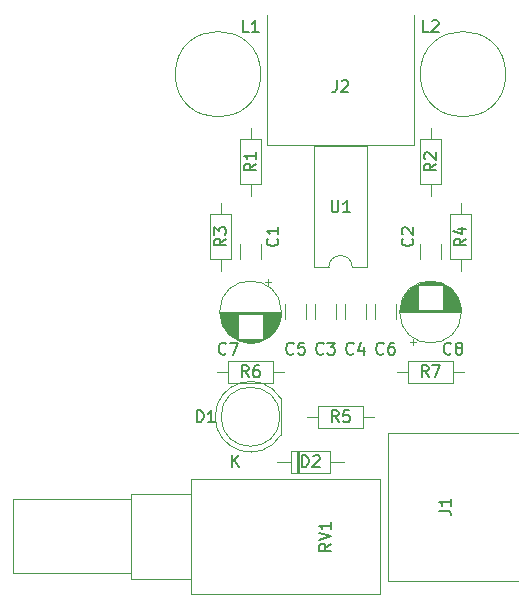
<source format=gbr>
G04 #@! TF.GenerationSoftware,KiCad,Pcbnew,5.0.1*
G04 #@! TF.CreationDate,2018-10-18T13:56:00+02:00*
G04 #@! TF.ProjectId,MicroFlux,4D6963726F466C75782E6B696361645F,rev?*
G04 #@! TF.SameCoordinates,Original*
G04 #@! TF.FileFunction,Legend,Top*
G04 #@! TF.FilePolarity,Positive*
%FSLAX46Y46*%
G04 Gerber Fmt 4.6, Leading zero omitted, Abs format (unit mm)*
G04 Created by KiCad (PCBNEW 5.0.1) date Thu 18 Oct 2018 01:56:00 PM CEST*
%MOMM*%
%LPD*%
G01*
G04 APERTURE LIST*
%ADD10C,0.120000*%
%ADD11C,0.050000*%
%ADD12C,0.150000*%
G04 APERTURE END LIST*
D10*
G04 #@! TO.C,D1*
X173540000Y-97789538D02*
G75*
G03X179090000Y-99334830I2990000J-462D01*
G01*
X173540000Y-97790462D02*
G75*
G02X179090000Y-96245170I2990000J462D01*
G01*
X179030000Y-97790000D02*
G75*
G03X179030000Y-97790000I-2500000J0D01*
G01*
X179090000Y-99335000D02*
X179090000Y-96245000D01*
G04 #@! TO.C,R7*
X189850000Y-93060000D02*
X189850000Y-94900000D01*
X189850000Y-94900000D02*
X193690000Y-94900000D01*
X193690000Y-94900000D02*
X193690000Y-93060000D01*
X193690000Y-93060000D02*
X189850000Y-93060000D01*
X188900000Y-93980000D02*
X189850000Y-93980000D01*
X194640000Y-93980000D02*
X193690000Y-93980000D01*
G04 #@! TO.C,R1*
X176530000Y-73330000D02*
X176530000Y-74280000D01*
X176530000Y-79070000D02*
X176530000Y-78120000D01*
X175610000Y-74280000D02*
X175610000Y-78120000D01*
X177450000Y-74280000D02*
X175610000Y-74280000D01*
X177450000Y-78120000D02*
X177450000Y-74280000D01*
X175610000Y-78120000D02*
X177450000Y-78120000D01*
G04 #@! TO.C,R2*
X190850000Y-78120000D02*
X192690000Y-78120000D01*
X192690000Y-78120000D02*
X192690000Y-74280000D01*
X192690000Y-74280000D02*
X190850000Y-74280000D01*
X190850000Y-74280000D02*
X190850000Y-78120000D01*
X191770000Y-79070000D02*
X191770000Y-78120000D01*
X191770000Y-73330000D02*
X191770000Y-74280000D01*
G04 #@! TO.C,R3*
X173990000Y-79680000D02*
X173990000Y-80630000D01*
X173990000Y-85420000D02*
X173990000Y-84470000D01*
X173070000Y-80630000D02*
X173070000Y-84470000D01*
X174910000Y-80630000D02*
X173070000Y-80630000D01*
X174910000Y-84470000D02*
X174910000Y-80630000D01*
X173070000Y-84470000D02*
X174910000Y-84470000D01*
G04 #@! TO.C,R4*
X193390000Y-84470000D02*
X195230000Y-84470000D01*
X195230000Y-84470000D02*
X195230000Y-80630000D01*
X195230000Y-80630000D02*
X193390000Y-80630000D01*
X193390000Y-80630000D02*
X193390000Y-84470000D01*
X194310000Y-85420000D02*
X194310000Y-84470000D01*
X194310000Y-79680000D02*
X194310000Y-80630000D01*
G04 #@! TO.C,R5*
X187020000Y-97790000D02*
X186070000Y-97790000D01*
X181280000Y-97790000D02*
X182230000Y-97790000D01*
X186070000Y-96870000D02*
X182230000Y-96870000D01*
X186070000Y-98710000D02*
X186070000Y-96870000D01*
X182230000Y-98710000D02*
X186070000Y-98710000D01*
X182230000Y-96870000D02*
X182230000Y-98710000D01*
G04 #@! TO.C,R6*
X174610000Y-93060000D02*
X174610000Y-94900000D01*
X174610000Y-94900000D02*
X178450000Y-94900000D01*
X178450000Y-94900000D02*
X178450000Y-93060000D01*
X178450000Y-93060000D02*
X174610000Y-93060000D01*
X173660000Y-93980000D02*
X174610000Y-93980000D01*
X179400000Y-93980000D02*
X178450000Y-93980000D01*
G04 #@! TO.C,D2*
X179970000Y-100680000D02*
X179970000Y-102520000D01*
X179970000Y-102520000D02*
X183250000Y-102520000D01*
X183250000Y-102520000D02*
X183250000Y-100680000D01*
X183250000Y-100680000D02*
X179970000Y-100680000D01*
X178790000Y-101600000D02*
X179970000Y-101600000D01*
X184430000Y-101600000D02*
X183250000Y-101600000D01*
X180546000Y-100680000D02*
X180546000Y-102520000D01*
X180666000Y-100680000D02*
X180666000Y-102520000D01*
X180426000Y-100680000D02*
X180426000Y-102520000D01*
D11*
G04 #@! TO.C,J1*
X199140000Y-111660000D02*
X188140000Y-111660000D01*
X188140000Y-111660000D02*
X188140000Y-99160000D01*
X188140000Y-99160000D02*
X199140000Y-99160000D01*
G04 #@! TO.C,J2*
X190400000Y-63750000D02*
X190400000Y-74750000D01*
X190400000Y-74750000D02*
X177900000Y-74750000D01*
X177900000Y-74750000D02*
X177900000Y-63750000D01*
D10*
G04 #@! TO.C,L1*
X177400661Y-68789340D02*
G75*
G03X177400661Y-68789340I-3620001J0D01*
G01*
G04 #@! TO.C,L2*
X198139341Y-68789340D02*
G75*
G03X198139341Y-68789340I-3620001J0D01*
G01*
G04 #@! TO.C,C7*
X178255000Y-86365225D02*
X177755000Y-86365225D01*
X178005000Y-86115225D02*
X178005000Y-86615225D01*
X176814000Y-91521000D02*
X176246000Y-91521000D01*
X177048000Y-91481000D02*
X176012000Y-91481000D01*
X177207000Y-91441000D02*
X175853000Y-91441000D01*
X177335000Y-91401000D02*
X175725000Y-91401000D01*
X177445000Y-91361000D02*
X175615000Y-91361000D01*
X177541000Y-91321000D02*
X175519000Y-91321000D01*
X177628000Y-91281000D02*
X175432000Y-91281000D01*
X177708000Y-91241000D02*
X175352000Y-91241000D01*
X175490000Y-91201000D02*
X175279000Y-91201000D01*
X177781000Y-91201000D02*
X177570000Y-91201000D01*
X175490000Y-91161000D02*
X175211000Y-91161000D01*
X177849000Y-91161000D02*
X177570000Y-91161000D01*
X175490000Y-91121000D02*
X175147000Y-91121000D01*
X177913000Y-91121000D02*
X177570000Y-91121000D01*
X175490000Y-91081000D02*
X175087000Y-91081000D01*
X177973000Y-91081000D02*
X177570000Y-91081000D01*
X175490000Y-91041000D02*
X175030000Y-91041000D01*
X178030000Y-91041000D02*
X177570000Y-91041000D01*
X175490000Y-91001000D02*
X174976000Y-91001000D01*
X178084000Y-91001000D02*
X177570000Y-91001000D01*
X175490000Y-90961000D02*
X174925000Y-90961000D01*
X178135000Y-90961000D02*
X177570000Y-90961000D01*
X175490000Y-90921000D02*
X174877000Y-90921000D01*
X178183000Y-90921000D02*
X177570000Y-90921000D01*
X175490000Y-90881000D02*
X174831000Y-90881000D01*
X178229000Y-90881000D02*
X177570000Y-90881000D01*
X175490000Y-90841000D02*
X174787000Y-90841000D01*
X178273000Y-90841000D02*
X177570000Y-90841000D01*
X175490000Y-90801000D02*
X174745000Y-90801000D01*
X178315000Y-90801000D02*
X177570000Y-90801000D01*
X175490000Y-90761000D02*
X174704000Y-90761000D01*
X178356000Y-90761000D02*
X177570000Y-90761000D01*
X175490000Y-90721000D02*
X174666000Y-90721000D01*
X178394000Y-90721000D02*
X177570000Y-90721000D01*
X175490000Y-90681000D02*
X174629000Y-90681000D01*
X178431000Y-90681000D02*
X177570000Y-90681000D01*
X175490000Y-90641000D02*
X174593000Y-90641000D01*
X178467000Y-90641000D02*
X177570000Y-90641000D01*
X175490000Y-90601000D02*
X174559000Y-90601000D01*
X178501000Y-90601000D02*
X177570000Y-90601000D01*
X175490000Y-90561000D02*
X174526000Y-90561000D01*
X178534000Y-90561000D02*
X177570000Y-90561000D01*
X175490000Y-90521000D02*
X174495000Y-90521000D01*
X178565000Y-90521000D02*
X177570000Y-90521000D01*
X175490000Y-90481000D02*
X174465000Y-90481000D01*
X178595000Y-90481000D02*
X177570000Y-90481000D01*
X175490000Y-90441000D02*
X174435000Y-90441000D01*
X178625000Y-90441000D02*
X177570000Y-90441000D01*
X175490000Y-90401000D02*
X174408000Y-90401000D01*
X178652000Y-90401000D02*
X177570000Y-90401000D01*
X175490000Y-90361000D02*
X174381000Y-90361000D01*
X178679000Y-90361000D02*
X177570000Y-90361000D01*
X175490000Y-90321000D02*
X174355000Y-90321000D01*
X178705000Y-90321000D02*
X177570000Y-90321000D01*
X175490000Y-90281000D02*
X174330000Y-90281000D01*
X178730000Y-90281000D02*
X177570000Y-90281000D01*
X175490000Y-90241000D02*
X174306000Y-90241000D01*
X178754000Y-90241000D02*
X177570000Y-90241000D01*
X175490000Y-90201000D02*
X174283000Y-90201000D01*
X178777000Y-90201000D02*
X177570000Y-90201000D01*
X175490000Y-90161000D02*
X174262000Y-90161000D01*
X178798000Y-90161000D02*
X177570000Y-90161000D01*
X175490000Y-90121000D02*
X174240000Y-90121000D01*
X178820000Y-90121000D02*
X177570000Y-90121000D01*
X175490000Y-90081000D02*
X174220000Y-90081000D01*
X178840000Y-90081000D02*
X177570000Y-90081000D01*
X175490000Y-90041000D02*
X174201000Y-90041000D01*
X178859000Y-90041000D02*
X177570000Y-90041000D01*
X175490000Y-90001000D02*
X174182000Y-90001000D01*
X178878000Y-90001000D02*
X177570000Y-90001000D01*
X175490000Y-89961000D02*
X174165000Y-89961000D01*
X178895000Y-89961000D02*
X177570000Y-89961000D01*
X175490000Y-89921000D02*
X174148000Y-89921000D01*
X178912000Y-89921000D02*
X177570000Y-89921000D01*
X175490000Y-89881000D02*
X174132000Y-89881000D01*
X178928000Y-89881000D02*
X177570000Y-89881000D01*
X175490000Y-89841000D02*
X174116000Y-89841000D01*
X178944000Y-89841000D02*
X177570000Y-89841000D01*
X175490000Y-89801000D02*
X174102000Y-89801000D01*
X178958000Y-89801000D02*
X177570000Y-89801000D01*
X175490000Y-89761000D02*
X174088000Y-89761000D01*
X178972000Y-89761000D02*
X177570000Y-89761000D01*
X175490000Y-89721000D02*
X174075000Y-89721000D01*
X178985000Y-89721000D02*
X177570000Y-89721000D01*
X175490000Y-89681000D02*
X174062000Y-89681000D01*
X178998000Y-89681000D02*
X177570000Y-89681000D01*
X175490000Y-89641000D02*
X174050000Y-89641000D01*
X179010000Y-89641000D02*
X177570000Y-89641000D01*
X175490000Y-89600000D02*
X174039000Y-89600000D01*
X179021000Y-89600000D02*
X177570000Y-89600000D01*
X175490000Y-89560000D02*
X174029000Y-89560000D01*
X179031000Y-89560000D02*
X177570000Y-89560000D01*
X175490000Y-89520000D02*
X174019000Y-89520000D01*
X179041000Y-89520000D02*
X177570000Y-89520000D01*
X175490000Y-89480000D02*
X174010000Y-89480000D01*
X179050000Y-89480000D02*
X177570000Y-89480000D01*
X175490000Y-89440000D02*
X174002000Y-89440000D01*
X179058000Y-89440000D02*
X177570000Y-89440000D01*
X175490000Y-89400000D02*
X173994000Y-89400000D01*
X179066000Y-89400000D02*
X177570000Y-89400000D01*
X175490000Y-89360000D02*
X173987000Y-89360000D01*
X179073000Y-89360000D02*
X177570000Y-89360000D01*
X175490000Y-89320000D02*
X173980000Y-89320000D01*
X179080000Y-89320000D02*
X177570000Y-89320000D01*
X175490000Y-89280000D02*
X173974000Y-89280000D01*
X179086000Y-89280000D02*
X177570000Y-89280000D01*
X175490000Y-89240000D02*
X173969000Y-89240000D01*
X179091000Y-89240000D02*
X177570000Y-89240000D01*
X175490000Y-89200000D02*
X173965000Y-89200000D01*
X179095000Y-89200000D02*
X177570000Y-89200000D01*
X175490000Y-89160000D02*
X173961000Y-89160000D01*
X179099000Y-89160000D02*
X177570000Y-89160000D01*
X179103000Y-89120000D02*
X173957000Y-89120000D01*
X179106000Y-89080000D02*
X173954000Y-89080000D01*
X179108000Y-89040000D02*
X173952000Y-89040000D01*
X179109000Y-89000000D02*
X173951000Y-89000000D01*
X179110000Y-88960000D02*
X173950000Y-88960000D01*
X179110000Y-88920000D02*
X173950000Y-88920000D01*
X179150000Y-88920000D02*
G75*
G03X179150000Y-88920000I-2620000J0D01*
G01*
G04 #@! TO.C,C8*
X194390000Y-88920000D02*
G75*
G03X194390000Y-88920000I-2620000J0D01*
G01*
X189190000Y-88920000D02*
X194350000Y-88920000D01*
X189190000Y-88880000D02*
X194350000Y-88880000D01*
X189191000Y-88840000D02*
X194349000Y-88840000D01*
X189192000Y-88800000D02*
X194348000Y-88800000D01*
X189194000Y-88760000D02*
X194346000Y-88760000D01*
X189197000Y-88720000D02*
X194343000Y-88720000D01*
X189201000Y-88680000D02*
X190730000Y-88680000D01*
X192810000Y-88680000D02*
X194339000Y-88680000D01*
X189205000Y-88640000D02*
X190730000Y-88640000D01*
X192810000Y-88640000D02*
X194335000Y-88640000D01*
X189209000Y-88600000D02*
X190730000Y-88600000D01*
X192810000Y-88600000D02*
X194331000Y-88600000D01*
X189214000Y-88560000D02*
X190730000Y-88560000D01*
X192810000Y-88560000D02*
X194326000Y-88560000D01*
X189220000Y-88520000D02*
X190730000Y-88520000D01*
X192810000Y-88520000D02*
X194320000Y-88520000D01*
X189227000Y-88480000D02*
X190730000Y-88480000D01*
X192810000Y-88480000D02*
X194313000Y-88480000D01*
X189234000Y-88440000D02*
X190730000Y-88440000D01*
X192810000Y-88440000D02*
X194306000Y-88440000D01*
X189242000Y-88400000D02*
X190730000Y-88400000D01*
X192810000Y-88400000D02*
X194298000Y-88400000D01*
X189250000Y-88360000D02*
X190730000Y-88360000D01*
X192810000Y-88360000D02*
X194290000Y-88360000D01*
X189259000Y-88320000D02*
X190730000Y-88320000D01*
X192810000Y-88320000D02*
X194281000Y-88320000D01*
X189269000Y-88280000D02*
X190730000Y-88280000D01*
X192810000Y-88280000D02*
X194271000Y-88280000D01*
X189279000Y-88240000D02*
X190730000Y-88240000D01*
X192810000Y-88240000D02*
X194261000Y-88240000D01*
X189290000Y-88199000D02*
X190730000Y-88199000D01*
X192810000Y-88199000D02*
X194250000Y-88199000D01*
X189302000Y-88159000D02*
X190730000Y-88159000D01*
X192810000Y-88159000D02*
X194238000Y-88159000D01*
X189315000Y-88119000D02*
X190730000Y-88119000D01*
X192810000Y-88119000D02*
X194225000Y-88119000D01*
X189328000Y-88079000D02*
X190730000Y-88079000D01*
X192810000Y-88079000D02*
X194212000Y-88079000D01*
X189342000Y-88039000D02*
X190730000Y-88039000D01*
X192810000Y-88039000D02*
X194198000Y-88039000D01*
X189356000Y-87999000D02*
X190730000Y-87999000D01*
X192810000Y-87999000D02*
X194184000Y-87999000D01*
X189372000Y-87959000D02*
X190730000Y-87959000D01*
X192810000Y-87959000D02*
X194168000Y-87959000D01*
X189388000Y-87919000D02*
X190730000Y-87919000D01*
X192810000Y-87919000D02*
X194152000Y-87919000D01*
X189405000Y-87879000D02*
X190730000Y-87879000D01*
X192810000Y-87879000D02*
X194135000Y-87879000D01*
X189422000Y-87839000D02*
X190730000Y-87839000D01*
X192810000Y-87839000D02*
X194118000Y-87839000D01*
X189441000Y-87799000D02*
X190730000Y-87799000D01*
X192810000Y-87799000D02*
X194099000Y-87799000D01*
X189460000Y-87759000D02*
X190730000Y-87759000D01*
X192810000Y-87759000D02*
X194080000Y-87759000D01*
X189480000Y-87719000D02*
X190730000Y-87719000D01*
X192810000Y-87719000D02*
X194060000Y-87719000D01*
X189502000Y-87679000D02*
X190730000Y-87679000D01*
X192810000Y-87679000D02*
X194038000Y-87679000D01*
X189523000Y-87639000D02*
X190730000Y-87639000D01*
X192810000Y-87639000D02*
X194017000Y-87639000D01*
X189546000Y-87599000D02*
X190730000Y-87599000D01*
X192810000Y-87599000D02*
X193994000Y-87599000D01*
X189570000Y-87559000D02*
X190730000Y-87559000D01*
X192810000Y-87559000D02*
X193970000Y-87559000D01*
X189595000Y-87519000D02*
X190730000Y-87519000D01*
X192810000Y-87519000D02*
X193945000Y-87519000D01*
X189621000Y-87479000D02*
X190730000Y-87479000D01*
X192810000Y-87479000D02*
X193919000Y-87479000D01*
X189648000Y-87439000D02*
X190730000Y-87439000D01*
X192810000Y-87439000D02*
X193892000Y-87439000D01*
X189675000Y-87399000D02*
X190730000Y-87399000D01*
X192810000Y-87399000D02*
X193865000Y-87399000D01*
X189705000Y-87359000D02*
X190730000Y-87359000D01*
X192810000Y-87359000D02*
X193835000Y-87359000D01*
X189735000Y-87319000D02*
X190730000Y-87319000D01*
X192810000Y-87319000D02*
X193805000Y-87319000D01*
X189766000Y-87279000D02*
X190730000Y-87279000D01*
X192810000Y-87279000D02*
X193774000Y-87279000D01*
X189799000Y-87239000D02*
X190730000Y-87239000D01*
X192810000Y-87239000D02*
X193741000Y-87239000D01*
X189833000Y-87199000D02*
X190730000Y-87199000D01*
X192810000Y-87199000D02*
X193707000Y-87199000D01*
X189869000Y-87159000D02*
X190730000Y-87159000D01*
X192810000Y-87159000D02*
X193671000Y-87159000D01*
X189906000Y-87119000D02*
X190730000Y-87119000D01*
X192810000Y-87119000D02*
X193634000Y-87119000D01*
X189944000Y-87079000D02*
X190730000Y-87079000D01*
X192810000Y-87079000D02*
X193596000Y-87079000D01*
X189985000Y-87039000D02*
X190730000Y-87039000D01*
X192810000Y-87039000D02*
X193555000Y-87039000D01*
X190027000Y-86999000D02*
X190730000Y-86999000D01*
X192810000Y-86999000D02*
X193513000Y-86999000D01*
X190071000Y-86959000D02*
X190730000Y-86959000D01*
X192810000Y-86959000D02*
X193469000Y-86959000D01*
X190117000Y-86919000D02*
X190730000Y-86919000D01*
X192810000Y-86919000D02*
X193423000Y-86919000D01*
X190165000Y-86879000D02*
X190730000Y-86879000D01*
X192810000Y-86879000D02*
X193375000Y-86879000D01*
X190216000Y-86839000D02*
X190730000Y-86839000D01*
X192810000Y-86839000D02*
X193324000Y-86839000D01*
X190270000Y-86799000D02*
X190730000Y-86799000D01*
X192810000Y-86799000D02*
X193270000Y-86799000D01*
X190327000Y-86759000D02*
X190730000Y-86759000D01*
X192810000Y-86759000D02*
X193213000Y-86759000D01*
X190387000Y-86719000D02*
X190730000Y-86719000D01*
X192810000Y-86719000D02*
X193153000Y-86719000D01*
X190451000Y-86679000D02*
X190730000Y-86679000D01*
X192810000Y-86679000D02*
X193089000Y-86679000D01*
X190519000Y-86639000D02*
X190730000Y-86639000D01*
X192810000Y-86639000D02*
X193021000Y-86639000D01*
X190592000Y-86599000D02*
X192948000Y-86599000D01*
X190672000Y-86559000D02*
X192868000Y-86559000D01*
X190759000Y-86519000D02*
X192781000Y-86519000D01*
X190855000Y-86479000D02*
X192685000Y-86479000D01*
X190965000Y-86439000D02*
X192575000Y-86439000D01*
X191093000Y-86399000D02*
X192447000Y-86399000D01*
X191252000Y-86359000D02*
X192288000Y-86359000D01*
X191486000Y-86319000D02*
X192054000Y-86319000D01*
X190295000Y-91724775D02*
X190295000Y-91224775D01*
X190045000Y-91474775D02*
X190545000Y-91474775D01*
G04 #@! TO.C,C1*
X175610000Y-83171000D02*
X175610000Y-84429000D01*
X177450000Y-83171000D02*
X177450000Y-84429000D01*
G04 #@! TO.C,C2*
X192690000Y-83171000D02*
X192690000Y-84429000D01*
X190850000Y-83171000D02*
X190850000Y-84429000D01*
G04 #@! TO.C,C3*
X183800000Y-89509000D02*
X183800000Y-88251000D01*
X181960000Y-89509000D02*
X181960000Y-88251000D01*
G04 #@! TO.C,C4*
X184500000Y-89509000D02*
X184500000Y-88251000D01*
X186340000Y-89509000D02*
X186340000Y-88251000D01*
G04 #@! TO.C,C5*
X179420000Y-88251000D02*
X179420000Y-89509000D01*
X181260000Y-88251000D02*
X181260000Y-89509000D01*
G04 #@! TO.C,C6*
X187040000Y-89509000D02*
X187040000Y-88251000D01*
X188880000Y-89509000D02*
X188880000Y-88251000D01*
G04 #@! TO.C,U1*
X183150000Y-85150000D02*
G75*
G02X185150000Y-85150000I1000000J0D01*
G01*
X185150000Y-85150000D02*
X186400000Y-85150000D01*
X186400000Y-85150000D02*
X186400000Y-74870000D01*
X186400000Y-74870000D02*
X181900000Y-74870000D01*
X181900000Y-74870000D02*
X181900000Y-85150000D01*
X181900000Y-85150000D02*
X183150000Y-85150000D01*
G04 #@! TO.C,RV1*
X156450000Y-111030000D02*
X156450000Y-104790000D01*
X166450000Y-111030000D02*
X166450000Y-104790000D01*
X166450000Y-104790000D02*
X156450000Y-104790000D01*
X166450000Y-111030000D02*
X156450000Y-111030000D01*
X166450000Y-111530000D02*
X166450000Y-104290000D01*
X171450000Y-111530000D02*
X171450000Y-104290000D01*
X171450000Y-104290000D02*
X166450000Y-104290000D01*
X171450000Y-111530000D02*
X166450000Y-111530000D01*
X171450000Y-112780000D02*
X171450000Y-103040000D01*
X187491000Y-112780000D02*
X187491000Y-103040000D01*
X187491000Y-103040000D02*
X171450000Y-103040000D01*
X187491000Y-112780000D02*
X171450000Y-112780000D01*
G04 #@! TO.C,D1*
D12*
X171981904Y-98242380D02*
X171981904Y-97242380D01*
X172220000Y-97242380D01*
X172362857Y-97290000D01*
X172458095Y-97385238D01*
X172505714Y-97480476D01*
X172553333Y-97670952D01*
X172553333Y-97813809D01*
X172505714Y-98004285D01*
X172458095Y-98099523D01*
X172362857Y-98194761D01*
X172220000Y-98242380D01*
X171981904Y-98242380D01*
X173505714Y-98242380D02*
X172934285Y-98242380D01*
X173220000Y-98242380D02*
X173220000Y-97242380D01*
X173124761Y-97385238D01*
X173029523Y-97480476D01*
X172934285Y-97528095D01*
G04 #@! TO.C,R7*
X191603333Y-94432380D02*
X191270000Y-93956190D01*
X191031904Y-94432380D02*
X191031904Y-93432380D01*
X191412857Y-93432380D01*
X191508095Y-93480000D01*
X191555714Y-93527619D01*
X191603333Y-93622857D01*
X191603333Y-93765714D01*
X191555714Y-93860952D01*
X191508095Y-93908571D01*
X191412857Y-93956190D01*
X191031904Y-93956190D01*
X191936666Y-93432380D02*
X192603333Y-93432380D01*
X192174761Y-94432380D01*
G04 #@! TO.C,R1*
X176982380Y-76366666D02*
X176506190Y-76700000D01*
X176982380Y-76938095D02*
X175982380Y-76938095D01*
X175982380Y-76557142D01*
X176030000Y-76461904D01*
X176077619Y-76414285D01*
X176172857Y-76366666D01*
X176315714Y-76366666D01*
X176410952Y-76414285D01*
X176458571Y-76461904D01*
X176506190Y-76557142D01*
X176506190Y-76938095D01*
X176982380Y-75414285D02*
X176982380Y-75985714D01*
X176982380Y-75700000D02*
X175982380Y-75700000D01*
X176125238Y-75795238D01*
X176220476Y-75890476D01*
X176268095Y-75985714D01*
G04 #@! TO.C,R2*
X192222380Y-76366666D02*
X191746190Y-76700000D01*
X192222380Y-76938095D02*
X191222380Y-76938095D01*
X191222380Y-76557142D01*
X191270000Y-76461904D01*
X191317619Y-76414285D01*
X191412857Y-76366666D01*
X191555714Y-76366666D01*
X191650952Y-76414285D01*
X191698571Y-76461904D01*
X191746190Y-76557142D01*
X191746190Y-76938095D01*
X191317619Y-75985714D02*
X191270000Y-75938095D01*
X191222380Y-75842857D01*
X191222380Y-75604761D01*
X191270000Y-75509523D01*
X191317619Y-75461904D01*
X191412857Y-75414285D01*
X191508095Y-75414285D01*
X191650952Y-75461904D01*
X192222380Y-76033333D01*
X192222380Y-75414285D01*
G04 #@! TO.C,R3*
X174442380Y-82716666D02*
X173966190Y-83050000D01*
X174442380Y-83288095D02*
X173442380Y-83288095D01*
X173442380Y-82907142D01*
X173490000Y-82811904D01*
X173537619Y-82764285D01*
X173632857Y-82716666D01*
X173775714Y-82716666D01*
X173870952Y-82764285D01*
X173918571Y-82811904D01*
X173966190Y-82907142D01*
X173966190Y-83288095D01*
X173442380Y-82383333D02*
X173442380Y-81764285D01*
X173823333Y-82097619D01*
X173823333Y-81954761D01*
X173870952Y-81859523D01*
X173918571Y-81811904D01*
X174013809Y-81764285D01*
X174251904Y-81764285D01*
X174347142Y-81811904D01*
X174394761Y-81859523D01*
X174442380Y-81954761D01*
X174442380Y-82240476D01*
X174394761Y-82335714D01*
X174347142Y-82383333D01*
G04 #@! TO.C,R4*
X194762380Y-82716666D02*
X194286190Y-83050000D01*
X194762380Y-83288095D02*
X193762380Y-83288095D01*
X193762380Y-82907142D01*
X193810000Y-82811904D01*
X193857619Y-82764285D01*
X193952857Y-82716666D01*
X194095714Y-82716666D01*
X194190952Y-82764285D01*
X194238571Y-82811904D01*
X194286190Y-82907142D01*
X194286190Y-83288095D01*
X194095714Y-81859523D02*
X194762380Y-81859523D01*
X193714761Y-82097619D02*
X194429047Y-82335714D01*
X194429047Y-81716666D01*
G04 #@! TO.C,R5*
X183983333Y-98242380D02*
X183650000Y-97766190D01*
X183411904Y-98242380D02*
X183411904Y-97242380D01*
X183792857Y-97242380D01*
X183888095Y-97290000D01*
X183935714Y-97337619D01*
X183983333Y-97432857D01*
X183983333Y-97575714D01*
X183935714Y-97670952D01*
X183888095Y-97718571D01*
X183792857Y-97766190D01*
X183411904Y-97766190D01*
X184888095Y-97242380D02*
X184411904Y-97242380D01*
X184364285Y-97718571D01*
X184411904Y-97670952D01*
X184507142Y-97623333D01*
X184745238Y-97623333D01*
X184840476Y-97670952D01*
X184888095Y-97718571D01*
X184935714Y-97813809D01*
X184935714Y-98051904D01*
X184888095Y-98147142D01*
X184840476Y-98194761D01*
X184745238Y-98242380D01*
X184507142Y-98242380D01*
X184411904Y-98194761D01*
X184364285Y-98147142D01*
G04 #@! TO.C,R6*
X176363333Y-94432380D02*
X176030000Y-93956190D01*
X175791904Y-94432380D02*
X175791904Y-93432380D01*
X176172857Y-93432380D01*
X176268095Y-93480000D01*
X176315714Y-93527619D01*
X176363333Y-93622857D01*
X176363333Y-93765714D01*
X176315714Y-93860952D01*
X176268095Y-93908571D01*
X176172857Y-93956190D01*
X175791904Y-93956190D01*
X177220476Y-93432380D02*
X177030000Y-93432380D01*
X176934761Y-93480000D01*
X176887142Y-93527619D01*
X176791904Y-93670476D01*
X176744285Y-93860952D01*
X176744285Y-94241904D01*
X176791904Y-94337142D01*
X176839523Y-94384761D01*
X176934761Y-94432380D01*
X177125238Y-94432380D01*
X177220476Y-94384761D01*
X177268095Y-94337142D01*
X177315714Y-94241904D01*
X177315714Y-94003809D01*
X177268095Y-93908571D01*
X177220476Y-93860952D01*
X177125238Y-93813333D01*
X176934761Y-93813333D01*
X176839523Y-93860952D01*
X176791904Y-93908571D01*
X176744285Y-94003809D01*
G04 #@! TO.C,D2*
X180871904Y-102052380D02*
X180871904Y-101052380D01*
X181110000Y-101052380D01*
X181252857Y-101100000D01*
X181348095Y-101195238D01*
X181395714Y-101290476D01*
X181443333Y-101480952D01*
X181443333Y-101623809D01*
X181395714Y-101814285D01*
X181348095Y-101909523D01*
X181252857Y-102004761D01*
X181110000Y-102052380D01*
X180871904Y-102052380D01*
X181824285Y-101147619D02*
X181871904Y-101100000D01*
X181967142Y-101052380D01*
X182205238Y-101052380D01*
X182300476Y-101100000D01*
X182348095Y-101147619D01*
X182395714Y-101242857D01*
X182395714Y-101338095D01*
X182348095Y-101480952D01*
X181776666Y-102052380D01*
X182395714Y-102052380D01*
X174998095Y-102052380D02*
X174998095Y-101052380D01*
X175569523Y-102052380D02*
X175140952Y-101480952D01*
X175569523Y-101052380D02*
X174998095Y-101623809D01*
G04 #@! TO.C,J1*
X192492380Y-105743333D02*
X193206666Y-105743333D01*
X193349523Y-105790952D01*
X193444761Y-105886190D01*
X193492380Y-106029047D01*
X193492380Y-106124285D01*
X193492380Y-104743333D02*
X193492380Y-105314761D01*
X193492380Y-105029047D02*
X192492380Y-105029047D01*
X192635238Y-105124285D01*
X192730476Y-105219523D01*
X192778095Y-105314761D01*
G04 #@! TO.C,J2*
X183816666Y-69302380D02*
X183816666Y-70016666D01*
X183769047Y-70159523D01*
X183673809Y-70254761D01*
X183530952Y-70302380D01*
X183435714Y-70302380D01*
X184245238Y-69397619D02*
X184292857Y-69350000D01*
X184388095Y-69302380D01*
X184626190Y-69302380D01*
X184721428Y-69350000D01*
X184769047Y-69397619D01*
X184816666Y-69492857D01*
X184816666Y-69588095D01*
X184769047Y-69730952D01*
X184197619Y-70302380D01*
X184816666Y-70302380D01*
G04 #@! TO.C,L1*
X176363333Y-65222380D02*
X175887142Y-65222380D01*
X175887142Y-64222380D01*
X177220476Y-65222380D02*
X176649047Y-65222380D01*
X176934761Y-65222380D02*
X176934761Y-64222380D01*
X176839523Y-64365238D01*
X176744285Y-64460476D01*
X176649047Y-64508095D01*
G04 #@! TO.C,L2*
X191603333Y-65222380D02*
X191127142Y-65222380D01*
X191127142Y-64222380D01*
X191889047Y-64317619D02*
X191936666Y-64270000D01*
X192031904Y-64222380D01*
X192270000Y-64222380D01*
X192365238Y-64270000D01*
X192412857Y-64317619D01*
X192460476Y-64412857D01*
X192460476Y-64508095D01*
X192412857Y-64650952D01*
X191841428Y-65222380D01*
X192460476Y-65222380D01*
G04 #@! TO.C,C7*
X174458333Y-92432142D02*
X174410714Y-92479761D01*
X174267857Y-92527380D01*
X174172619Y-92527380D01*
X174029761Y-92479761D01*
X173934523Y-92384523D01*
X173886904Y-92289285D01*
X173839285Y-92098809D01*
X173839285Y-91955952D01*
X173886904Y-91765476D01*
X173934523Y-91670238D01*
X174029761Y-91575000D01*
X174172619Y-91527380D01*
X174267857Y-91527380D01*
X174410714Y-91575000D01*
X174458333Y-91622619D01*
X174791666Y-91527380D02*
X175458333Y-91527380D01*
X175029761Y-92527380D01*
G04 #@! TO.C,C8*
X193508333Y-92432142D02*
X193460714Y-92479761D01*
X193317857Y-92527380D01*
X193222619Y-92527380D01*
X193079761Y-92479761D01*
X192984523Y-92384523D01*
X192936904Y-92289285D01*
X192889285Y-92098809D01*
X192889285Y-91955952D01*
X192936904Y-91765476D01*
X192984523Y-91670238D01*
X193079761Y-91575000D01*
X193222619Y-91527380D01*
X193317857Y-91527380D01*
X193460714Y-91575000D01*
X193508333Y-91622619D01*
X194079761Y-91955952D02*
X193984523Y-91908333D01*
X193936904Y-91860714D01*
X193889285Y-91765476D01*
X193889285Y-91717857D01*
X193936904Y-91622619D01*
X193984523Y-91575000D01*
X194079761Y-91527380D01*
X194270238Y-91527380D01*
X194365476Y-91575000D01*
X194413095Y-91622619D01*
X194460714Y-91717857D01*
X194460714Y-91765476D01*
X194413095Y-91860714D01*
X194365476Y-91908333D01*
X194270238Y-91955952D01*
X194079761Y-91955952D01*
X193984523Y-92003571D01*
X193936904Y-92051190D01*
X193889285Y-92146428D01*
X193889285Y-92336904D01*
X193936904Y-92432142D01*
X193984523Y-92479761D01*
X194079761Y-92527380D01*
X194270238Y-92527380D01*
X194365476Y-92479761D01*
X194413095Y-92432142D01*
X194460714Y-92336904D01*
X194460714Y-92146428D01*
X194413095Y-92051190D01*
X194365476Y-92003571D01*
X194270238Y-91955952D01*
G04 #@! TO.C,C1*
X178792142Y-82716666D02*
X178839761Y-82764285D01*
X178887380Y-82907142D01*
X178887380Y-83002380D01*
X178839761Y-83145238D01*
X178744523Y-83240476D01*
X178649285Y-83288095D01*
X178458809Y-83335714D01*
X178315952Y-83335714D01*
X178125476Y-83288095D01*
X178030238Y-83240476D01*
X177935000Y-83145238D01*
X177887380Y-83002380D01*
X177887380Y-82907142D01*
X177935000Y-82764285D01*
X177982619Y-82716666D01*
X178887380Y-81764285D02*
X178887380Y-82335714D01*
X178887380Y-82050000D02*
X177887380Y-82050000D01*
X178030238Y-82145238D01*
X178125476Y-82240476D01*
X178173095Y-82335714D01*
G04 #@! TO.C,C2*
X190222142Y-82716666D02*
X190269761Y-82764285D01*
X190317380Y-82907142D01*
X190317380Y-83002380D01*
X190269761Y-83145238D01*
X190174523Y-83240476D01*
X190079285Y-83288095D01*
X189888809Y-83335714D01*
X189745952Y-83335714D01*
X189555476Y-83288095D01*
X189460238Y-83240476D01*
X189365000Y-83145238D01*
X189317380Y-83002380D01*
X189317380Y-82907142D01*
X189365000Y-82764285D01*
X189412619Y-82716666D01*
X189412619Y-82335714D02*
X189365000Y-82288095D01*
X189317380Y-82192857D01*
X189317380Y-81954761D01*
X189365000Y-81859523D01*
X189412619Y-81811904D01*
X189507857Y-81764285D01*
X189603095Y-81764285D01*
X189745952Y-81811904D01*
X190317380Y-82383333D01*
X190317380Y-81764285D01*
G04 #@! TO.C,C3*
X182713333Y-92432142D02*
X182665714Y-92479761D01*
X182522857Y-92527380D01*
X182427619Y-92527380D01*
X182284761Y-92479761D01*
X182189523Y-92384523D01*
X182141904Y-92289285D01*
X182094285Y-92098809D01*
X182094285Y-91955952D01*
X182141904Y-91765476D01*
X182189523Y-91670238D01*
X182284761Y-91575000D01*
X182427619Y-91527380D01*
X182522857Y-91527380D01*
X182665714Y-91575000D01*
X182713333Y-91622619D01*
X183046666Y-91527380D02*
X183665714Y-91527380D01*
X183332380Y-91908333D01*
X183475238Y-91908333D01*
X183570476Y-91955952D01*
X183618095Y-92003571D01*
X183665714Y-92098809D01*
X183665714Y-92336904D01*
X183618095Y-92432142D01*
X183570476Y-92479761D01*
X183475238Y-92527380D01*
X183189523Y-92527380D01*
X183094285Y-92479761D01*
X183046666Y-92432142D01*
G04 #@! TO.C,C4*
X185253333Y-92432142D02*
X185205714Y-92479761D01*
X185062857Y-92527380D01*
X184967619Y-92527380D01*
X184824761Y-92479761D01*
X184729523Y-92384523D01*
X184681904Y-92289285D01*
X184634285Y-92098809D01*
X184634285Y-91955952D01*
X184681904Y-91765476D01*
X184729523Y-91670238D01*
X184824761Y-91575000D01*
X184967619Y-91527380D01*
X185062857Y-91527380D01*
X185205714Y-91575000D01*
X185253333Y-91622619D01*
X186110476Y-91860714D02*
X186110476Y-92527380D01*
X185872380Y-91479761D02*
X185634285Y-92194047D01*
X186253333Y-92194047D01*
G04 #@! TO.C,C5*
X180173333Y-92432142D02*
X180125714Y-92479761D01*
X179982857Y-92527380D01*
X179887619Y-92527380D01*
X179744761Y-92479761D01*
X179649523Y-92384523D01*
X179601904Y-92289285D01*
X179554285Y-92098809D01*
X179554285Y-91955952D01*
X179601904Y-91765476D01*
X179649523Y-91670238D01*
X179744761Y-91575000D01*
X179887619Y-91527380D01*
X179982857Y-91527380D01*
X180125714Y-91575000D01*
X180173333Y-91622619D01*
X181078095Y-91527380D02*
X180601904Y-91527380D01*
X180554285Y-92003571D01*
X180601904Y-91955952D01*
X180697142Y-91908333D01*
X180935238Y-91908333D01*
X181030476Y-91955952D01*
X181078095Y-92003571D01*
X181125714Y-92098809D01*
X181125714Y-92336904D01*
X181078095Y-92432142D01*
X181030476Y-92479761D01*
X180935238Y-92527380D01*
X180697142Y-92527380D01*
X180601904Y-92479761D01*
X180554285Y-92432142D01*
G04 #@! TO.C,C6*
X187793333Y-92432142D02*
X187745714Y-92479761D01*
X187602857Y-92527380D01*
X187507619Y-92527380D01*
X187364761Y-92479761D01*
X187269523Y-92384523D01*
X187221904Y-92289285D01*
X187174285Y-92098809D01*
X187174285Y-91955952D01*
X187221904Y-91765476D01*
X187269523Y-91670238D01*
X187364761Y-91575000D01*
X187507619Y-91527380D01*
X187602857Y-91527380D01*
X187745714Y-91575000D01*
X187793333Y-91622619D01*
X188650476Y-91527380D02*
X188460000Y-91527380D01*
X188364761Y-91575000D01*
X188317142Y-91622619D01*
X188221904Y-91765476D01*
X188174285Y-91955952D01*
X188174285Y-92336904D01*
X188221904Y-92432142D01*
X188269523Y-92479761D01*
X188364761Y-92527380D01*
X188555238Y-92527380D01*
X188650476Y-92479761D01*
X188698095Y-92432142D01*
X188745714Y-92336904D01*
X188745714Y-92098809D01*
X188698095Y-92003571D01*
X188650476Y-91955952D01*
X188555238Y-91908333D01*
X188364761Y-91908333D01*
X188269523Y-91955952D01*
X188221904Y-92003571D01*
X188174285Y-92098809D01*
G04 #@! TO.C,U1*
X183388095Y-79462380D02*
X183388095Y-80271904D01*
X183435714Y-80367142D01*
X183483333Y-80414761D01*
X183578571Y-80462380D01*
X183769047Y-80462380D01*
X183864285Y-80414761D01*
X183911904Y-80367142D01*
X183959523Y-80271904D01*
X183959523Y-79462380D01*
X184959523Y-80462380D02*
X184388095Y-80462380D01*
X184673809Y-80462380D02*
X184673809Y-79462380D01*
X184578571Y-79605238D01*
X184483333Y-79700476D01*
X184388095Y-79748095D01*
G04 #@! TO.C,RV1*
X183332380Y-108545238D02*
X182856190Y-108878571D01*
X183332380Y-109116666D02*
X182332380Y-109116666D01*
X182332380Y-108735714D01*
X182380000Y-108640476D01*
X182427619Y-108592857D01*
X182522857Y-108545238D01*
X182665714Y-108545238D01*
X182760952Y-108592857D01*
X182808571Y-108640476D01*
X182856190Y-108735714D01*
X182856190Y-109116666D01*
X182332380Y-108259523D02*
X183332380Y-107926190D01*
X182332380Y-107592857D01*
X183332380Y-106735714D02*
X183332380Y-107307142D01*
X183332380Y-107021428D02*
X182332380Y-107021428D01*
X182475238Y-107116666D01*
X182570476Y-107211904D01*
X182618095Y-107307142D01*
G04 #@! TD*
M02*

</source>
